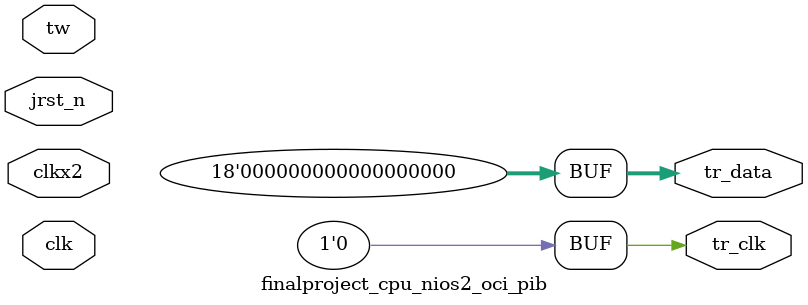
<source format=v>
module finalproject_cpu_nios2_oci_pib (
                                         clk,
                                         clkx2,
                                         jrst_n,
                                         tw,
                                         tr_clk,
                                         tr_data
                                      )
;
  output           tr_clk;
  output  [ 17: 0] tr_data;
  input            clk;
  input            clkx2;
  input            jrst_n;
  input   [ 35: 0] tw;
  wire             phase;
  wire             tr_clk;
  reg              tr_clk_reg ;
  wire    [ 17: 0] tr_data;
  reg     [ 17: 0] tr_data_reg ;
  reg              x1 ;
  reg              x2 ;
  assign phase = x1^x2;
  always @(posedge clk or negedge jrst_n)
    begin
      if (jrst_n == 0)
          x1 <= 0;
      else 
        x1 <= ~x1;
    end
  always @(posedge clkx2 or negedge jrst_n)
    begin
      if (jrst_n == 0)
        begin
          x2 <= 0;
          tr_clk_reg <= 0;
          tr_data_reg <= 0;
        end
      else 
        begin
          x2 <= x1;
          tr_clk_reg <= ~phase;
          tr_data_reg <= phase ?   tw[17 : 0] :   tw[35 : 18];
        end
    end
  assign tr_clk = 0 ? tr_clk_reg : 0;
  assign tr_data = 0 ? tr_data_reg : 0;
endmodule
</source>
